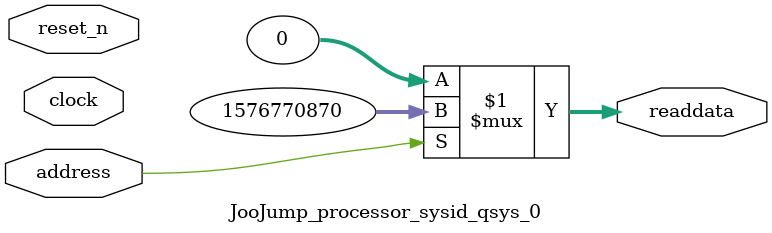
<source format=v>



// synthesis translate_off
`timescale 1ns / 1ps
// synthesis translate_on

// turn off superfluous verilog processor warnings 
// altera message_level Level1 
// altera message_off 10034 10035 10036 10037 10230 10240 10030 

module JooJump_processor_sysid_qsys_0 (
               // inputs:
                address,
                clock,
                reset_n,

               // outputs:
                readdata
             )
;

  output  [ 31: 0] readdata;
  input            address;
  input            clock;
  input            reset_n;

  wire    [ 31: 0] readdata;
  //control_slave, which is an e_avalon_slave
  assign readdata = address ? 1576770870 : 0;

endmodule



</source>
